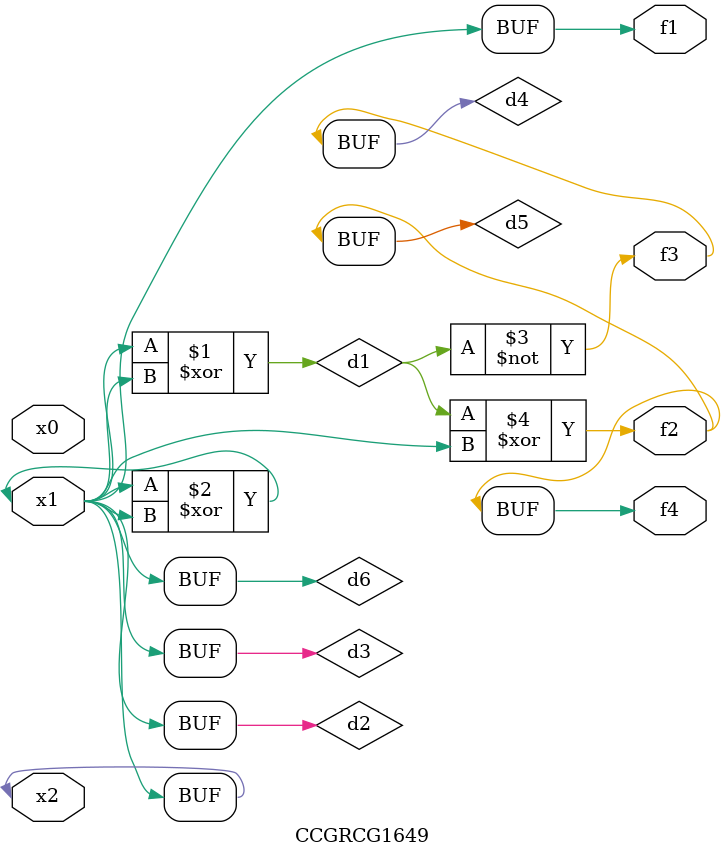
<source format=v>
module CCGRCG1649(
	input x0, x1, x2,
	output f1, f2, f3, f4
);

	wire d1, d2, d3, d4, d5, d6;

	xor (d1, x1, x2);
	buf (d2, x1, x2);
	xor (d3, x1, x2);
	nor (d4, d1);
	xor (d5, d1, d2);
	buf (d6, d2, d3);
	assign f1 = d6;
	assign f2 = d5;
	assign f3 = d4;
	assign f4 = d5;
endmodule

</source>
